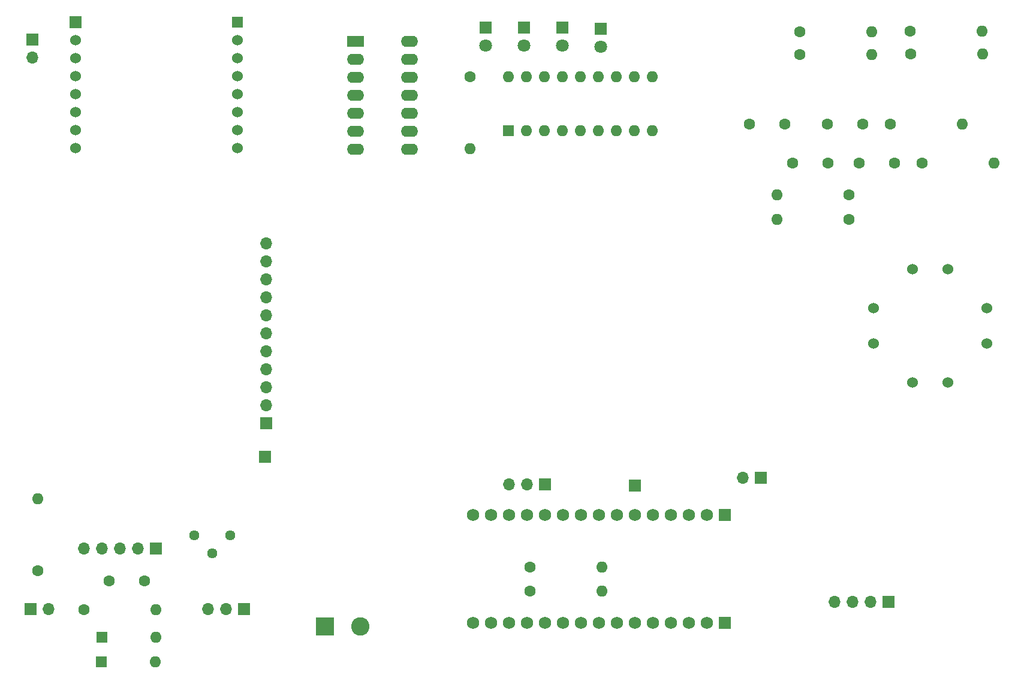
<source format=gbr>
%TF.GenerationSoftware,KiCad,Pcbnew,8.0.0*%
%TF.CreationDate,2024-05-22T20:52:51+02:00*%
%TF.ProjectId,Game_Board_v1,47616d65-5f42-46f6-9172-645f76312e6b,rev?*%
%TF.SameCoordinates,Original*%
%TF.FileFunction,Soldermask,Bot*%
%TF.FilePolarity,Negative*%
%FSLAX46Y46*%
G04 Gerber Fmt 4.6, Leading zero omitted, Abs format (unit mm)*
G04 Created by KiCad (PCBNEW 8.0.0) date 2024-05-22 20:52:51*
%MOMM*%
%LPD*%
G01*
G04 APERTURE LIST*
G04 Aperture macros list*
%AMRoundRect*
0 Rectangle with rounded corners*
0 $1 Rounding radius*
0 $2 $3 $4 $5 $6 $7 $8 $9 X,Y pos of 4 corners*
0 Add a 4 corners polygon primitive as box body*
4,1,4,$2,$3,$4,$5,$6,$7,$8,$9,$2,$3,0*
0 Add four circle primitives for the rounded corners*
1,1,$1+$1,$2,$3*
1,1,$1+$1,$4,$5*
1,1,$1+$1,$6,$7*
1,1,$1+$1,$8,$9*
0 Add four rect primitives between the rounded corners*
20,1,$1+$1,$2,$3,$4,$5,0*
20,1,$1+$1,$4,$5,$6,$7,0*
20,1,$1+$1,$6,$7,$8,$9,0*
20,1,$1+$1,$8,$9,$2,$3,0*%
G04 Aperture macros list end*
%ADD10C,1.600000*%
%ADD11O,1.600000X1.600000*%
%ADD12R,1.700000X1.700000*%
%ADD13O,1.700000X1.700000*%
%ADD14C,1.440000*%
%ADD15R,1.600000X1.600000*%
%ADD16C,1.524000*%
%ADD17R,1.800000X1.800000*%
%ADD18C,1.800000*%
%ADD19R,2.400000X1.600000*%
%ADD20O,2.400000X1.600000*%
%ADD21R,2.600000X2.600000*%
%ADD22C,2.600000*%
%ADD23R,1.676400X1.676400*%
%ADD24R,1.524000X1.524000*%
%ADD25RoundRect,0.102000X-0.765000X0.765000X-0.765000X-0.765000X0.765000X-0.765000X0.765000X0.765000X0*%
%ADD26C,1.734000*%
G04 APERTURE END LIST*
D10*
%TO.C,R10*%
X262140000Y-70400000D03*
D11*
X272300000Y-70400000D03*
%TD*%
D12*
%TO.C,J7*%
X210575000Y-134425000D03*
D13*
X208035000Y-134425000D03*
X205495000Y-134425000D03*
%TD*%
D12*
%TO.C,J6*%
X259080000Y-151000000D03*
D13*
X256540000Y-151000000D03*
X254000000Y-151000000D03*
X251460000Y-151000000D03*
%TD*%
D14*
%TO.C,RV1*%
X161050000Y-141600000D03*
X163590000Y-144140000D03*
X166130000Y-141600000D03*
%TD*%
D15*
%TO.C,D2*%
X148000000Y-156000000D03*
D11*
X155620000Y-156000000D03*
%TD*%
D10*
%TO.C,C5*%
X154000000Y-148000000D03*
X149000000Y-148000000D03*
%TD*%
%TO.C,C4*%
X250500000Y-89000000D03*
X245500000Y-89000000D03*
%TD*%
%TO.C,R8*%
X246575000Y-70475000D03*
D11*
X256735000Y-70475000D03*
%TD*%
D10*
%TO.C,R3*%
X145420000Y-152080000D03*
D11*
X155580000Y-152080000D03*
%TD*%
D15*
%TO.C,U3*%
X205390000Y-84470000D03*
D11*
X207930000Y-84470000D03*
X210470000Y-84470000D03*
X213010000Y-84470000D03*
X215550000Y-84470000D03*
X218090000Y-84470000D03*
X220630000Y-84470000D03*
X223170000Y-84470000D03*
X225710000Y-84470000D03*
X225710000Y-76850000D03*
X223170000Y-76850000D03*
X220630000Y-76850000D03*
X218090000Y-76850000D03*
X215550000Y-76850000D03*
X213010000Y-76850000D03*
X210470000Y-76850000D03*
X207930000Y-76850000D03*
X205390000Y-76850000D03*
%TD*%
D16*
%TO.C,SW3*%
X257000000Y-114500000D03*
X257000000Y-109500000D03*
%TD*%
D10*
%TO.C,R12*%
X208490000Y-149450000D03*
D11*
X218650000Y-149450000D03*
%TD*%
D12*
%TO.C,J9*%
X223300000Y-134600000D03*
%TD*%
D16*
%TO.C,SW2*%
X273000000Y-114500000D03*
X273000000Y-109500000D03*
%TD*%
D10*
%TO.C,R7*%
X246575000Y-73675000D03*
D11*
X256735000Y-73675000D03*
%TD*%
D17*
%TO.C,D5*%
X207635000Y-69920000D03*
D18*
X207635000Y-72460000D03*
%TD*%
D15*
%TO.C,D1*%
X147880000Y-159500000D03*
D11*
X155500000Y-159500000D03*
%TD*%
D12*
%TO.C,J1*%
X171200000Y-125730000D03*
D13*
X171200000Y-123190000D03*
X171200000Y-120650000D03*
X171200000Y-118110000D03*
X171200000Y-115570000D03*
X171200000Y-113030000D03*
X171200000Y-110490000D03*
X171200000Y-107950000D03*
X171200000Y-105410000D03*
X171200000Y-102870000D03*
X171200000Y-100330000D03*
%TD*%
D12*
%TO.C,J8*%
X171000000Y-130550000D03*
%TD*%
%TO.C,J10*%
X241025000Y-133475000D03*
D13*
X238485000Y-133475000D03*
%TD*%
D10*
%TO.C,R5*%
X253500000Y-97000000D03*
D11*
X243340000Y-97000000D03*
%TD*%
D10*
%TO.C,R9*%
X262240000Y-73650000D03*
D11*
X272400000Y-73650000D03*
%TD*%
D10*
%TO.C,R11*%
X208490000Y-146100000D03*
D11*
X218650000Y-146100000D03*
%TD*%
D10*
%TO.C,C2*%
X250420000Y-83500000D03*
X255420000Y-83500000D03*
%TD*%
D12*
%TO.C,J3*%
X137900000Y-152000000D03*
D13*
X140440000Y-152000000D03*
%TD*%
D10*
%TO.C,R6*%
X138920000Y-146580000D03*
D11*
X138920000Y-136420000D03*
%TD*%
D10*
%TO.C,R1*%
X263840000Y-89000000D03*
D11*
X274000000Y-89000000D03*
%TD*%
D10*
%TO.C,R4*%
X253500000Y-93500000D03*
D11*
X243340000Y-93500000D03*
%TD*%
D10*
%TO.C,R13*%
X200010000Y-76850000D03*
D11*
X200010000Y-87010000D03*
%TD*%
D16*
%TO.C,SW4*%
X267500000Y-120000000D03*
X262500000Y-120000000D03*
%TD*%
D17*
%TO.C,D6*%
X202200000Y-69860000D03*
D18*
X202200000Y-72400000D03*
%TD*%
D10*
%TO.C,R2*%
X259340000Y-83500000D03*
D11*
X269500000Y-83500000D03*
%TD*%
D19*
%TO.C,U2*%
X183780000Y-71840000D03*
D20*
X183780000Y-74380000D03*
X183780000Y-76920000D03*
X183780000Y-79460000D03*
X183780000Y-82000000D03*
X183780000Y-84540000D03*
X183780000Y-87080000D03*
X191400000Y-87080000D03*
X191400000Y-84540000D03*
X191400000Y-82000000D03*
X191400000Y-79460000D03*
X191400000Y-76920000D03*
X191400000Y-74380000D03*
X191400000Y-71840000D03*
%TD*%
D12*
%TO.C,J11*%
X138150000Y-71610000D03*
D13*
X138150000Y-74150000D03*
%TD*%
D12*
%TO.C,J2*%
X155600000Y-143500000D03*
D13*
X153060000Y-143500000D03*
X150520000Y-143500000D03*
X147980000Y-143500000D03*
X145440000Y-143500000D03*
%TD*%
D16*
%TO.C,SW1*%
X262500000Y-104000000D03*
X267500000Y-104000000D03*
%TD*%
D17*
%TO.C,D4*%
X213000000Y-69920000D03*
D18*
X213000000Y-72460000D03*
%TD*%
D21*
%TO.C,J5*%
X179500000Y-154500000D03*
D22*
X184500000Y-154500000D03*
%TD*%
D17*
%TO.C,D3*%
X218400000Y-70060000D03*
D18*
X218400000Y-72600000D03*
%TD*%
D10*
%TO.C,C1*%
X254920000Y-89000000D03*
X259920000Y-89000000D03*
%TD*%
D23*
%TO.C,CON1*%
X144240000Y-69100000D03*
D16*
X144240000Y-71640000D03*
X144240000Y-74180000D03*
X144240000Y-76720000D03*
X144240000Y-79260000D03*
X144240000Y-81800000D03*
X144240000Y-84340000D03*
X144240000Y-86880000D03*
X167100000Y-86880000D03*
X167100000Y-84340000D03*
X167100000Y-81800000D03*
X167100000Y-79260000D03*
X167100000Y-76720000D03*
X167100000Y-74180000D03*
X167100000Y-71640000D03*
D24*
X167100000Y-69100000D03*
%TD*%
D12*
%TO.C,J4*%
X168080000Y-152000000D03*
D13*
X165540000Y-152000000D03*
X163000000Y-152000000D03*
%TD*%
D10*
%TO.C,C3*%
X244400000Y-83500000D03*
X239400000Y-83500000D03*
%TD*%
D25*
%TO.C,U1*%
X236000000Y-138760000D03*
D26*
X233460000Y-138760000D03*
X230920000Y-138760000D03*
X228380000Y-138760000D03*
X225840000Y-138760000D03*
X223300000Y-138760000D03*
X220760000Y-138760000D03*
X218220000Y-138760000D03*
X215680000Y-138760000D03*
X213140000Y-138760000D03*
X210600000Y-138760000D03*
X208060000Y-138760000D03*
X205520000Y-138760000D03*
X202980000Y-138760000D03*
X200440000Y-138760000D03*
D25*
X236000000Y-154000000D03*
D26*
X233460000Y-154000000D03*
X230920000Y-154000000D03*
X228380000Y-154000000D03*
X225840000Y-154000000D03*
X223300000Y-154000000D03*
X220760000Y-154000000D03*
X218220000Y-154000000D03*
X215680000Y-154000000D03*
X213140000Y-154000000D03*
X210600000Y-154000000D03*
X208060000Y-154000000D03*
X205520000Y-154000000D03*
X202980000Y-154000000D03*
X200440000Y-154000000D03*
%TD*%
M02*

</source>
